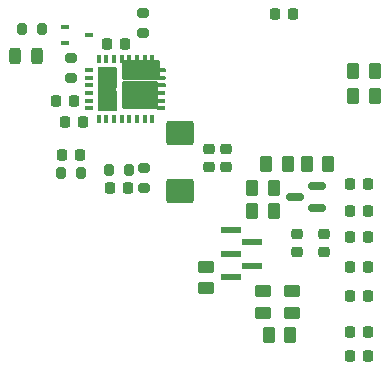
<source format=gbr>
%TF.GenerationSoftware,KiCad,Pcbnew,6.0.1-79c1e3a40b~116~ubuntu21.10.1*%
%TF.CreationDate,2022-02-21T13:22:11-07:00*%
%TF.ProjectId,PowerBackup,506f7765-7242-4616-936b-75702e6b6963,rev?*%
%TF.SameCoordinates,Original*%
%TF.FileFunction,Paste,Top*%
%TF.FilePolarity,Positive*%
%FSLAX46Y46*%
G04 Gerber Fmt 4.6, Leading zero omitted, Abs format (unit mm)*
G04 Created by KiCad (PCBNEW 6.0.1-79c1e3a40b~116~ubuntu21.10.1) date 2022-02-21 13:22:11*
%MOMM*%
%LPD*%
G01*
G04 APERTURE LIST*
G04 Aperture macros list*
%AMRoundRect*
0 Rectangle with rounded corners*
0 $1 Rounding radius*
0 $2 $3 $4 $5 $6 $7 $8 $9 X,Y pos of 4 corners*
0 Add a 4 corners polygon primitive as box body*
4,1,4,$2,$3,$4,$5,$6,$7,$8,$9,$2,$3,0*
0 Add four circle primitives for the rounded corners*
1,1,$1+$1,$2,$3*
1,1,$1+$1,$4,$5*
1,1,$1+$1,$6,$7*
1,1,$1+$1,$8,$9*
0 Add four rect primitives between the rounded corners*
20,1,$1+$1,$2,$3,$4,$5,0*
20,1,$1+$1,$4,$5,$6,$7,0*
20,1,$1+$1,$6,$7,$8,$9,0*
20,1,$1+$1,$8,$9,$2,$3,0*%
G04 Aperture macros list end*
%ADD10C,0.100000*%
%ADD11RoundRect,0.250000X0.262500X0.450000X-0.262500X0.450000X-0.262500X-0.450000X0.262500X-0.450000X0*%
%ADD12R,1.750000X0.600000*%
%ADD13RoundRect,0.225000X0.225000X0.250000X-0.225000X0.250000X-0.225000X-0.250000X0.225000X-0.250000X0*%
%ADD14RoundRect,0.200000X0.275000X-0.200000X0.275000X0.200000X-0.275000X0.200000X-0.275000X-0.200000X0*%
%ADD15RoundRect,0.200000X0.200000X0.275000X-0.200000X0.275000X-0.200000X-0.275000X0.200000X-0.275000X0*%
%ADD16RoundRect,0.225000X-0.225000X-0.250000X0.225000X-0.250000X0.225000X0.250000X-0.225000X0.250000X0*%
%ADD17RoundRect,0.200000X-0.200000X-0.275000X0.200000X-0.275000X0.200000X0.275000X-0.200000X0.275000X0*%
%ADD18RoundRect,0.150000X0.587500X0.150000X-0.587500X0.150000X-0.587500X-0.150000X0.587500X-0.150000X0*%
%ADD19RoundRect,0.250000X0.925000X-0.787500X0.925000X0.787500X-0.925000X0.787500X-0.925000X-0.787500X0*%
%ADD20RoundRect,0.250000X-0.262500X-0.450000X0.262500X-0.450000X0.262500X0.450000X-0.262500X0.450000X0*%
%ADD21R,0.299974X0.704800*%
%ADD22R,1.600000X3.700000*%
%ADD23R,0.704800X0.299974*%
%ADD24RoundRect,0.046200X1.481300X-1.108800X1.481300X1.108800X-1.481300X1.108800X-1.481300X-1.108800X0*%
%ADD25RoundRect,0.032000X1.551500X-0.768000X1.551500X0.768000X-1.551500X0.768000X-1.551500X-0.768000X0*%
%ADD26RoundRect,0.225000X-0.250000X0.225000X-0.250000X-0.225000X0.250000X-0.225000X0.250000X0.225000X0*%
%ADD27RoundRect,0.250000X-0.450000X0.262500X-0.450000X-0.262500X0.450000X-0.262500X0.450000X0.262500X0*%
%ADD28R,0.700000X0.450000*%
%ADD29RoundRect,0.243750X-0.243750X-0.456250X0.243750X-0.456250X0.243750X0.456250X-0.243750X0.456250X0*%
%ADD30RoundRect,0.225000X0.250000X-0.225000X0.250000X0.225000X-0.250000X0.225000X-0.250000X-0.225000X0*%
G04 APERTURE END LIST*
D10*
%TO.C,U2*%
X119741000Y-95276000D02*
X119596000Y-95276000D01*
X119596000Y-95276000D02*
X119596000Y-94776000D01*
X119596000Y-94776000D02*
X119741000Y-94776000D01*
X119741000Y-94776000D02*
X119741000Y-95276000D01*
G36*
X119741000Y-95276000D02*
G01*
X119596000Y-95276000D01*
X119596000Y-94776000D01*
X119741000Y-94776000D01*
X119741000Y-95276000D01*
G37*
X118646000Y-91561000D02*
X119146000Y-91561000D01*
X119146000Y-91561000D02*
X119146000Y-91416000D01*
X119146000Y-91416000D02*
X118646000Y-91416000D01*
X118646000Y-91416000D02*
X118646000Y-91561000D01*
G36*
X118646000Y-91561000D02*
G01*
X119146000Y-91561000D01*
X119146000Y-91416000D01*
X118646000Y-91416000D01*
X118646000Y-91561000D01*
G37*
X119646000Y-92291000D02*
X121146000Y-92291000D01*
X121146000Y-92291000D02*
X121146000Y-90656000D01*
X121146000Y-90656000D02*
X119646000Y-90656000D01*
X119646000Y-90656000D02*
X119646000Y-92291000D01*
G36*
X119646000Y-92291000D02*
G01*
X121146000Y-92291000D01*
X121146000Y-90656000D01*
X119646000Y-90656000D01*
X119646000Y-92291000D01*
G37*
X119646000Y-94251000D02*
X121146000Y-94251000D01*
X121146000Y-94251000D02*
X121146000Y-92616000D01*
X121146000Y-92616000D02*
X119646000Y-92616000D01*
X119646000Y-92616000D02*
X119646000Y-94251000D01*
G36*
X119646000Y-94251000D02*
G01*
X121146000Y-94251000D01*
X121146000Y-92616000D01*
X119646000Y-92616000D01*
X119646000Y-94251000D01*
G37*
X125266000Y-90761000D02*
X124766000Y-90761000D01*
X124766000Y-90761000D02*
X124766000Y-90906000D01*
X124766000Y-90906000D02*
X125266000Y-90906000D01*
X125266000Y-90906000D02*
X125266000Y-90761000D01*
G36*
X125266000Y-90761000D02*
G01*
X124766000Y-90761000D01*
X124766000Y-90906000D01*
X125266000Y-90906000D01*
X125266000Y-90761000D01*
G37*
X118626000Y-94156000D02*
X119126000Y-94156000D01*
X119126000Y-94156000D02*
X119126000Y-94011000D01*
X119126000Y-94011000D02*
X118626000Y-94011000D01*
X118626000Y-94011000D02*
X118626000Y-94156000D01*
G36*
X118626000Y-94156000D02*
G01*
X119126000Y-94156000D01*
X119126000Y-94011000D01*
X118626000Y-94011000D01*
X118626000Y-94156000D01*
G37*
X122686000Y-92671000D02*
X123406000Y-92671000D01*
X123406000Y-92671000D02*
X123406000Y-91906000D01*
X123406000Y-91906000D02*
X122686000Y-91906000D01*
X122686000Y-91906000D02*
X122686000Y-92671000D01*
G36*
X122686000Y-92671000D02*
G01*
X123406000Y-92671000D01*
X123406000Y-91906000D01*
X122686000Y-91906000D01*
X122686000Y-92671000D01*
G37*
X122716000Y-93991000D02*
X123436000Y-93991000D01*
X123436000Y-93991000D02*
X123436000Y-93226000D01*
X123436000Y-93226000D02*
X122716000Y-93226000D01*
X122716000Y-93226000D02*
X122716000Y-93991000D01*
G36*
X122716000Y-93991000D02*
G01*
X123436000Y-93991000D01*
X123436000Y-93226000D01*
X122716000Y-93226000D01*
X122716000Y-93991000D01*
G37*
X122991000Y-95276000D02*
X122846000Y-95276000D01*
X122846000Y-95276000D02*
X122846000Y-94776000D01*
X122846000Y-94776000D02*
X122991000Y-94776000D01*
X122991000Y-94776000D02*
X122991000Y-95276000D01*
G36*
X122991000Y-95276000D02*
G01*
X122846000Y-95276000D01*
X122846000Y-94776000D01*
X122991000Y-94776000D01*
X122991000Y-95276000D01*
G37*
X123766000Y-94051000D02*
X124486000Y-94051000D01*
X124486000Y-94051000D02*
X124486000Y-93286000D01*
X124486000Y-93286000D02*
X123766000Y-93286000D01*
X123766000Y-93286000D02*
X123766000Y-94051000D01*
G36*
X123766000Y-94051000D02*
G01*
X124486000Y-94051000D01*
X124486000Y-93286000D01*
X123766000Y-93286000D01*
X123766000Y-94051000D01*
G37*
X122351000Y-90166000D02*
X122206000Y-90166000D01*
X122206000Y-90166000D02*
X122206000Y-89666000D01*
X122206000Y-89666000D02*
X122351000Y-89666000D01*
X122351000Y-89666000D02*
X122351000Y-90166000D01*
G36*
X122351000Y-90166000D02*
G01*
X122206000Y-90166000D01*
X122206000Y-89666000D01*
X122351000Y-89666000D01*
X122351000Y-90166000D01*
G37*
X119741000Y-90156000D02*
X119596000Y-90156000D01*
X119596000Y-90156000D02*
X119596000Y-89656000D01*
X119596000Y-89656000D02*
X119741000Y-89656000D01*
X119741000Y-89656000D02*
X119741000Y-90156000D01*
G36*
X119741000Y-90156000D02*
G01*
X119596000Y-90156000D01*
X119596000Y-89656000D01*
X119741000Y-89656000D01*
X119741000Y-90156000D01*
G37*
X118646000Y-93501000D02*
X119146000Y-93501000D01*
X119146000Y-93501000D02*
X119146000Y-93356000D01*
X119146000Y-93356000D02*
X118646000Y-93356000D01*
X118646000Y-93356000D02*
X118646000Y-93501000D01*
G36*
X118646000Y-93501000D02*
G01*
X119146000Y-93501000D01*
X119146000Y-93356000D01*
X118646000Y-93356000D01*
X118646000Y-93501000D01*
G37*
X124746000Y-92861000D02*
X125246000Y-92861000D01*
X125246000Y-92861000D02*
X125246000Y-92716000D01*
X125246000Y-92716000D02*
X124746000Y-92716000D01*
X124746000Y-92716000D02*
X124746000Y-92861000D01*
G36*
X124746000Y-92861000D02*
G01*
X125246000Y-92861000D01*
X125246000Y-92716000D01*
X124746000Y-92716000D01*
X124746000Y-92861000D01*
G37*
X121041000Y-95266000D02*
X120896000Y-95266000D01*
X120896000Y-95266000D02*
X120896000Y-94766000D01*
X120896000Y-94766000D02*
X121041000Y-94766000D01*
X121041000Y-94766000D02*
X121041000Y-95266000D01*
G36*
X121041000Y-95266000D02*
G01*
X120896000Y-95266000D01*
X120896000Y-94766000D01*
X121041000Y-94766000D01*
X121041000Y-95266000D01*
G37*
X118656000Y-92201000D02*
X119156000Y-92201000D01*
X119156000Y-92201000D02*
X119156000Y-92056000D01*
X119156000Y-92056000D02*
X118656000Y-92056000D01*
X118656000Y-92056000D02*
X118656000Y-92201000D01*
G36*
X118656000Y-92201000D02*
G01*
X119156000Y-92201000D01*
X119156000Y-92056000D01*
X118656000Y-92056000D01*
X118656000Y-92201000D01*
G37*
X124766000Y-92201000D02*
X125266000Y-92201000D01*
X125266000Y-92201000D02*
X125266000Y-92056000D01*
X125266000Y-92056000D02*
X124766000Y-92056000D01*
X124766000Y-92056000D02*
X124766000Y-92201000D01*
G36*
X124766000Y-92201000D02*
G01*
X125266000Y-92201000D01*
X125266000Y-92056000D01*
X124766000Y-92056000D01*
X124766000Y-92201000D01*
G37*
X123641000Y-90126000D02*
X123496000Y-90126000D01*
X123496000Y-90126000D02*
X123496000Y-89626000D01*
X123496000Y-89626000D02*
X123641000Y-89626000D01*
X123641000Y-89626000D02*
X123641000Y-90126000D01*
G36*
X123641000Y-90126000D02*
G01*
X123496000Y-90126000D01*
X123496000Y-89626000D01*
X123641000Y-89626000D01*
X123641000Y-90126000D01*
G37*
X118646000Y-90911000D02*
X119146000Y-90911000D01*
X119146000Y-90911000D02*
X119146000Y-90766000D01*
X119146000Y-90766000D02*
X118646000Y-90766000D01*
X118646000Y-90766000D02*
X118646000Y-90911000D01*
G36*
X118646000Y-90911000D02*
G01*
X119146000Y-90911000D01*
X119146000Y-90766000D01*
X118646000Y-90766000D01*
X118646000Y-90911000D01*
G37*
X123186000Y-91218500D02*
X124556000Y-91218500D01*
X124556000Y-91218500D02*
X124556000Y-90453500D01*
X124556000Y-90453500D02*
X123186000Y-90453500D01*
X123186000Y-90453500D02*
X123186000Y-91218500D01*
G36*
X123186000Y-91218500D02*
G01*
X124556000Y-91218500D01*
X124556000Y-90453500D01*
X123186000Y-90453500D01*
X123186000Y-91218500D01*
G37*
X121726000Y-94041000D02*
X122446000Y-94041000D01*
X122446000Y-94041000D02*
X122446000Y-93276000D01*
X122446000Y-93276000D02*
X121726000Y-93276000D01*
X121726000Y-93276000D02*
X121726000Y-94041000D01*
G36*
X121726000Y-94041000D02*
G01*
X122446000Y-94041000D01*
X122446000Y-93276000D01*
X121726000Y-93276000D01*
X121726000Y-94041000D01*
G37*
X124736000Y-94161000D02*
X125236000Y-94161000D01*
X125236000Y-94161000D02*
X125236000Y-94016000D01*
X125236000Y-94016000D02*
X124736000Y-94016000D01*
X124736000Y-94016000D02*
X124736000Y-94161000D01*
G36*
X124736000Y-94161000D02*
G01*
X125236000Y-94161000D01*
X125236000Y-94016000D01*
X124736000Y-94016000D01*
X124736000Y-94161000D01*
G37*
X120391000Y-90156000D02*
X120246000Y-90156000D01*
X120246000Y-90156000D02*
X120246000Y-89656000D01*
X120246000Y-89656000D02*
X120391000Y-89656000D01*
X120391000Y-89656000D02*
X120391000Y-90156000D01*
G36*
X120391000Y-90156000D02*
G01*
X120246000Y-90156000D01*
X120246000Y-89656000D01*
X120391000Y-89656000D01*
X120391000Y-90156000D01*
G37*
X121051000Y-90156000D02*
X120906000Y-90156000D01*
X120906000Y-90156000D02*
X120906000Y-89656000D01*
X120906000Y-89656000D02*
X121051000Y-89656000D01*
X121051000Y-89656000D02*
X121051000Y-90156000D01*
G36*
X121051000Y-90156000D02*
G01*
X120906000Y-90156000D01*
X120906000Y-89656000D01*
X121051000Y-89656000D01*
X121051000Y-90156000D01*
G37*
X124291000Y-95266000D02*
X124146000Y-95266000D01*
X124146000Y-95266000D02*
X124146000Y-94766000D01*
X124146000Y-94766000D02*
X124291000Y-94766000D01*
X124291000Y-94766000D02*
X124291000Y-95266000D01*
G36*
X124291000Y-95266000D02*
G01*
X124146000Y-95266000D01*
X124146000Y-94766000D01*
X124291000Y-94766000D01*
X124291000Y-95266000D01*
G37*
X123651000Y-95276000D02*
X123506000Y-95276000D01*
X123506000Y-95276000D02*
X123506000Y-94776000D01*
X123506000Y-94776000D02*
X123651000Y-94776000D01*
X123651000Y-94776000D02*
X123651000Y-95276000D01*
G36*
X123651000Y-95276000D02*
G01*
X123506000Y-95276000D01*
X123506000Y-94776000D01*
X123651000Y-94776000D01*
X123651000Y-95276000D01*
G37*
X122331000Y-95276000D02*
X122186000Y-95276000D01*
X122186000Y-95276000D02*
X122186000Y-94776000D01*
X122186000Y-94776000D02*
X122331000Y-94776000D01*
X122331000Y-94776000D02*
X122331000Y-95276000D01*
G36*
X122331000Y-95276000D02*
G01*
X122186000Y-95276000D01*
X122186000Y-94776000D01*
X122331000Y-94776000D01*
X122331000Y-95276000D01*
G37*
X123666000Y-92661000D02*
X124386000Y-92661000D01*
X124386000Y-92661000D02*
X124386000Y-91896000D01*
X124386000Y-91896000D02*
X123666000Y-91896000D01*
X123666000Y-91896000D02*
X123666000Y-92661000D01*
G36*
X123666000Y-92661000D02*
G01*
X124386000Y-92661000D01*
X124386000Y-91896000D01*
X123666000Y-91896000D01*
X123666000Y-92661000D01*
G37*
X120391000Y-95276000D02*
X120246000Y-95276000D01*
X120246000Y-95276000D02*
X120246000Y-94776000D01*
X120246000Y-94776000D02*
X120391000Y-94776000D01*
X120391000Y-94776000D02*
X120391000Y-95276000D01*
G36*
X120391000Y-95276000D02*
G01*
X120246000Y-95276000D01*
X120246000Y-94776000D01*
X120391000Y-94776000D01*
X120391000Y-95276000D01*
G37*
X118646000Y-92851000D02*
X119146000Y-92851000D01*
X119146000Y-92851000D02*
X119146000Y-92706000D01*
X119146000Y-92706000D02*
X118646000Y-92706000D01*
X118646000Y-92706000D02*
X118646000Y-92851000D01*
G36*
X118646000Y-92851000D02*
G01*
X119146000Y-92851000D01*
X119146000Y-92706000D01*
X118646000Y-92706000D01*
X118646000Y-92851000D01*
G37*
X121681000Y-90156000D02*
X121536000Y-90156000D01*
X121536000Y-90156000D02*
X121536000Y-89656000D01*
X121536000Y-89656000D02*
X121681000Y-89656000D01*
X121681000Y-89656000D02*
X121681000Y-90156000D01*
G36*
X121681000Y-90156000D02*
G01*
X121536000Y-90156000D01*
X121536000Y-89656000D01*
X121681000Y-89656000D01*
X121681000Y-90156000D01*
G37*
X122991000Y-90126000D02*
X122846000Y-90126000D01*
X122846000Y-90126000D02*
X122846000Y-89626000D01*
X122846000Y-89626000D02*
X122991000Y-89626000D01*
X122991000Y-89626000D02*
X122991000Y-90126000D01*
G36*
X122991000Y-90126000D02*
G01*
X122846000Y-90126000D01*
X122846000Y-89626000D01*
X122991000Y-89626000D01*
X122991000Y-90126000D01*
G37*
X124766000Y-91551000D02*
X125266000Y-91551000D01*
X125266000Y-91551000D02*
X125266000Y-91406000D01*
X125266000Y-91406000D02*
X124766000Y-91406000D01*
X124766000Y-91406000D02*
X124766000Y-91551000D01*
G36*
X124766000Y-91551000D02*
G01*
X125266000Y-91551000D01*
X125266000Y-91406000D01*
X124766000Y-91406000D01*
X124766000Y-91551000D01*
G37*
X124736000Y-93511000D02*
X125236000Y-93511000D01*
X125236000Y-93511000D02*
X125236000Y-93366000D01*
X125236000Y-93366000D02*
X124736000Y-93366000D01*
X124736000Y-93366000D02*
X124736000Y-93511000D01*
G36*
X124736000Y-93511000D02*
G01*
X125236000Y-93511000D01*
X125236000Y-93366000D01*
X124736000Y-93366000D01*
X124736000Y-93511000D01*
G37*
X124291000Y-90116000D02*
X124146000Y-90116000D01*
X124146000Y-90116000D02*
X124146000Y-89616000D01*
X124146000Y-89616000D02*
X124291000Y-89616000D01*
X124291000Y-89616000D02*
X124291000Y-90116000D01*
G36*
X124291000Y-90116000D02*
G01*
X124146000Y-90116000D01*
X124146000Y-89616000D01*
X124291000Y-89616000D01*
X124291000Y-90116000D01*
G37*
X121726000Y-92661000D02*
X122446000Y-92661000D01*
X122446000Y-92661000D02*
X122446000Y-91896000D01*
X122446000Y-91896000D02*
X121726000Y-91896000D01*
X121726000Y-91896000D02*
X121726000Y-92661000D01*
G36*
X121726000Y-92661000D02*
G01*
X122446000Y-92661000D01*
X122446000Y-91896000D01*
X121726000Y-91896000D01*
X121726000Y-92661000D01*
G37*
X121716000Y-91201000D02*
X122916000Y-91201000D01*
X122916000Y-91201000D02*
X122916000Y-90436000D01*
X122916000Y-90436000D02*
X121716000Y-90436000D01*
X121716000Y-90436000D02*
X121716000Y-91201000D01*
G36*
X121716000Y-91201000D02*
G01*
X122916000Y-91201000D01*
X122916000Y-90436000D01*
X121716000Y-90436000D01*
X121716000Y-91201000D01*
G37*
X121691000Y-95266000D02*
X121546000Y-95266000D01*
X121546000Y-95266000D02*
X121546000Y-94766000D01*
X121546000Y-94766000D02*
X121691000Y-94766000D01*
X121691000Y-94766000D02*
X121691000Y-95266000D01*
G36*
X121691000Y-95266000D02*
G01*
X121546000Y-95266000D01*
X121546000Y-94766000D01*
X121691000Y-94766000D01*
X121691000Y-95266000D01*
G37*
%TD*%
D11*
%TO.C,R16*%
X143037500Y-93050000D03*
X141212500Y-93050000D03*
%TD*%
D12*
%TO.C,J4*%
X130925000Y-104400000D03*
X132675000Y-105400000D03*
X130925000Y-106400000D03*
X132675000Y-107400000D03*
X130925000Y-108400000D03*
%TD*%
D13*
%TO.C,C12*%
X121933000Y-88646000D03*
X120383000Y-88646000D03*
%TD*%
D14*
%TO.C,R23*%
X117348000Y-91503000D03*
X117348000Y-89853000D03*
%TD*%
D15*
%TO.C,R18*%
X114871000Y-87376000D03*
X113221000Y-87376000D03*
%TD*%
D16*
%TO.C,C1*%
X140975000Y-115019236D03*
X142525000Y-115019236D03*
%TD*%
%TO.C,C6*%
X140975000Y-102750000D03*
X142525000Y-102750000D03*
%TD*%
D17*
%TO.C,R20*%
X116523000Y-99568000D03*
X118173000Y-99568000D03*
%TD*%
D16*
%TO.C,C7*%
X140975000Y-100500000D03*
X142525000Y-100500000D03*
%TD*%
D18*
%TO.C,Q1*%
X138137500Y-102550000D03*
X138137500Y-100650000D03*
X136262500Y-101600000D03*
%TD*%
D19*
%TO.C,C18*%
X126600000Y-101062500D03*
X126600000Y-96137500D03*
%TD*%
D20*
%TO.C,R11*%
X133887500Y-98800000D03*
X135712500Y-98800000D03*
%TD*%
D16*
%TO.C,C10*%
X134607000Y-86106000D03*
X136157000Y-86106000D03*
%TD*%
D14*
%TO.C,R21*%
X123500000Y-100825000D03*
X123500000Y-99175000D03*
%TD*%
D21*
%TO.C,U2*%
X119671001Y-95008400D03*
X120320999Y-95008400D03*
D22*
X120396000Y-92456000D03*
D21*
X120971001Y-95008400D03*
X121620999Y-95008400D03*
X122271001Y-95008400D03*
X122920999Y-95008400D03*
X123571001Y-95008400D03*
X124220999Y-95008400D03*
D23*
X124998399Y-94081001D03*
X124998399Y-93430999D03*
X124998399Y-92781001D03*
D24*
X123173500Y-92961000D03*
D23*
X124998399Y-92130999D03*
X124998399Y-91481001D03*
X124998399Y-90830999D03*
D21*
X124220999Y-89903600D03*
D25*
X123232500Y-90856000D03*
D21*
X123571001Y-89903600D03*
X122920999Y-89903600D03*
X122271001Y-89903600D03*
X121620999Y-89903600D03*
X120971001Y-89903600D03*
X120320999Y-89903600D03*
X119671001Y-89903600D03*
D23*
X118893601Y-90830999D03*
X118893601Y-91481001D03*
X118893601Y-92130999D03*
X118893601Y-92781001D03*
X118893601Y-93430999D03*
X118893601Y-94081001D03*
%TD*%
D26*
%TO.C,C9*%
X136500000Y-104725000D03*
X136500000Y-106275000D03*
%TD*%
%TO.C,C8*%
X138750000Y-104725000D03*
X138750000Y-106275000D03*
%TD*%
D27*
%TO.C,R9*%
X136087500Y-109587500D03*
X136087500Y-111412500D03*
%TD*%
D20*
%TO.C,R13*%
X132687500Y-102800000D03*
X134512500Y-102800000D03*
%TD*%
D16*
%TO.C,C3*%
X140975000Y-110000000D03*
X142525000Y-110000000D03*
%TD*%
D27*
%TO.C,TH1*%
X128800000Y-107487500D03*
X128800000Y-109312500D03*
%TD*%
D16*
%TO.C,C5*%
X140975000Y-105000000D03*
X142525000Y-105000000D03*
%TD*%
%TO.C,C4*%
X140975000Y-107500000D03*
X142525000Y-107500000D03*
%TD*%
D20*
%TO.C,R15*%
X132687500Y-100800000D03*
X134512500Y-100800000D03*
%TD*%
D28*
%TO.C,D4*%
X116856000Y-87234000D03*
X116856000Y-88534000D03*
X118856000Y-87884000D03*
%TD*%
D14*
%TO.C,R19*%
X123444000Y-87693000D03*
X123444000Y-86043000D03*
%TD*%
D11*
%TO.C,R17*%
X143037500Y-90925000D03*
X141212500Y-90925000D03*
%TD*%
%TO.C,R8*%
X139112500Y-98800000D03*
X137287500Y-98800000D03*
%TD*%
%TO.C,R10*%
X135912500Y-113250000D03*
X134087500Y-113250000D03*
%TD*%
D13*
%TO.C,C25*%
X117615000Y-93472000D03*
X116065000Y-93472000D03*
%TD*%
D15*
%TO.C,R22*%
X122237000Y-99314000D03*
X120587000Y-99314000D03*
%TD*%
D16*
%TO.C,C2*%
X140975000Y-113000000D03*
X142525000Y-113000000D03*
%TD*%
D27*
%TO.C,R12*%
X133587500Y-109587500D03*
X133587500Y-111412500D03*
%TD*%
D13*
%TO.C,C15*%
X122187000Y-100838000D03*
X120637000Y-100838000D03*
%TD*%
%TO.C,C14*%
X118123000Y-98044000D03*
X116573000Y-98044000D03*
%TD*%
D29*
%TO.C,D3*%
X112600500Y-89662000D03*
X114475500Y-89662000D03*
%TD*%
D30*
%TO.C,C17*%
X130500000Y-99073000D03*
X130500000Y-97523000D03*
%TD*%
D13*
%TO.C,C11*%
X118390000Y-95250000D03*
X116840000Y-95250000D03*
%TD*%
D30*
%TO.C,C16*%
X129000000Y-99073000D03*
X129000000Y-97523000D03*
%TD*%
M02*

</source>
